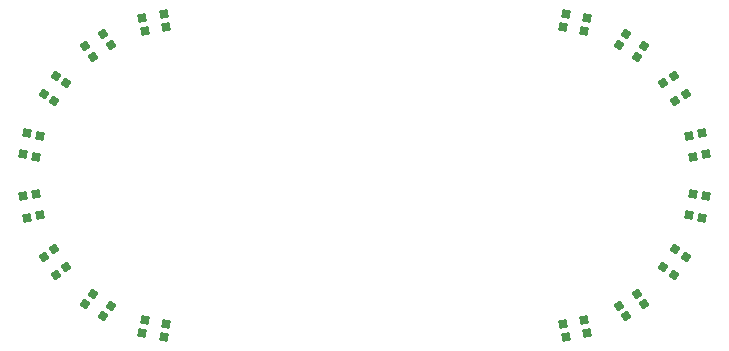
<source format=gbr>
%TF.GenerationSoftware,KiCad,Pcbnew,8.0.0*%
%TF.CreationDate,2024-03-15T16:55:21-04:00*%
%TF.ProjectId,mainboard,6d61696e-626f-4617-9264-2e6b69636164,rev?*%
%TF.SameCoordinates,Original*%
%TF.FileFunction,Paste,Bot*%
%TF.FilePolarity,Positive*%
%FSLAX46Y46*%
G04 Gerber Fmt 4.6, Leading zero omitted, Abs format (unit mm)*
G04 Created by KiCad (PCBNEW 8.0.0) date 2024-03-15 16:55:21*
%MOMM*%
%LPD*%
G01*
G04 APERTURE LIST*
G04 Aperture macros list*
%AMRotRect*
0 Rectangle, with rotation*
0 The origin of the aperture is its center*
0 $1 length*
0 $2 width*
0 $3 Rotation angle, in degrees counterclockwise*
0 Add horizontal line*
21,1,$1,$2,0,0,$3*%
G04 Aperture macros list end*
%ADD10RotRect,0.700000X0.700000X78.750000*%
%ADD11RotRect,0.700000X0.700000X236.250000*%
%ADD12RotRect,0.700000X0.700000X191.250000*%
%ADD13RotRect,0.700000X0.700000X56.250000*%
%ADD14RotRect,0.700000X0.700000X33.750000*%
%ADD15RotRect,0.700000X0.700000X213.750000*%
%ADD16RotRect,0.700000X0.700000X11.250000*%
%ADD17RotRect,0.700000X0.700000X258.750000*%
%ADD18RotRect,0.700000X0.700000X168.750000*%
%ADD19RotRect,0.700000X0.700000X348.750000*%
%ADD20RotRect,0.700000X0.700000X146.250000*%
%ADD21RotRect,0.700000X0.700000X303.750000*%
%ADD22RotRect,0.700000X0.700000X281.250000*%
%ADD23RotRect,0.700000X0.700000X326.250000*%
%ADD24RotRect,0.700000X0.700000X123.750000*%
%ADD25RotRect,0.700000X0.700000X101.250000*%
G04 APERTURE END LIST*
D10*
%TO.C,REF\u002A\u002A12*%
X214228924Y-94767471D03*
X213150060Y-94552872D03*
X213507076Y-92758035D03*
X214585940Y-92972634D03*
%TD*%
D11*
%TO.C,REF\u002A\u002A5*%
X159503199Y-82783353D03*
X160417816Y-83394480D03*
X159401123Y-84916069D03*
X158486506Y-84304942D03*
%TD*%
D12*
%TO.C,REF\u002A\u002A7*%
X168647578Y-77515531D03*
X168862177Y-78594395D03*
X167067340Y-78951411D03*
X166852741Y-77872547D03*
%TD*%
D13*
%TO.C,REF\u002A\u002A13*%
X211844801Y-99590330D03*
X210930184Y-98979203D03*
X211946877Y-97457614D03*
X212861494Y-98068741D03*
%TD*%
D14*
%TO.C,REF\u002A\u002A14*%
X207796528Y-103133705D03*
X207185402Y-102219088D03*
X208706990Y-101202395D03*
X209318116Y-102117012D03*
%TD*%
D15*
%TO.C,REF\u002A\u002A6*%
X163551472Y-79239978D03*
X164162598Y-80154595D03*
X162641010Y-81171288D03*
X162029883Y-80256671D03*
%TD*%
D16*
%TO.C,REF\u002A\u002A15*%
X202700422Y-104858152D03*
X202485823Y-103779288D03*
X204280660Y-103422272D03*
X204495259Y-104501136D03*
%TD*%
D17*
%TO.C,REF\u002A\u002A4*%
X157119076Y-87606212D03*
X158197940Y-87820811D03*
X157840924Y-89615648D03*
X156762060Y-89401049D03*
%TD*%
D18*
%TO.C,REF\u002A\u002A8*%
X204495259Y-77870864D03*
X204280660Y-78949728D03*
X202485823Y-78592712D03*
X202700422Y-77513848D03*
%TD*%
D19*
%TO.C,REF\u002A\u002A*%
X166852741Y-104502819D03*
X167067340Y-103423955D03*
X168862177Y-103780971D03*
X168647578Y-104859835D03*
%TD*%
D20*
%TO.C,REF\u002A\u002A9*%
X209318118Y-80254987D03*
X208706991Y-81169604D03*
X207185402Y-80152911D03*
X207796529Y-79238294D03*
%TD*%
D21*
%TO.C,REF\u002A\u002A2*%
X158486507Y-98070423D03*
X159401124Y-97459297D03*
X160417817Y-98980885D03*
X159503200Y-99592012D03*
%TD*%
D22*
%TO.C,REF\u002A\u002A3*%
X156762060Y-92974317D03*
X157840924Y-92759718D03*
X158197940Y-94554555D03*
X157119076Y-94769154D03*
%TD*%
D23*
%TO.C,REF\u002A\u002A1*%
X162029882Y-102118696D03*
X162641009Y-101204079D03*
X164162598Y-102220772D03*
X163551471Y-103135389D03*
%TD*%
D24*
%TO.C,REF\u002A\u002A10*%
X212861493Y-84303260D03*
X211946876Y-84914386D03*
X210930183Y-83392798D03*
X211844800Y-82781672D03*
%TD*%
D25*
%TO.C,REF\u002A\u002A11*%
X214585940Y-89399366D03*
X213507076Y-89613965D03*
X213150060Y-87819128D03*
X214228924Y-87604529D03*
%TD*%
M02*

</source>
